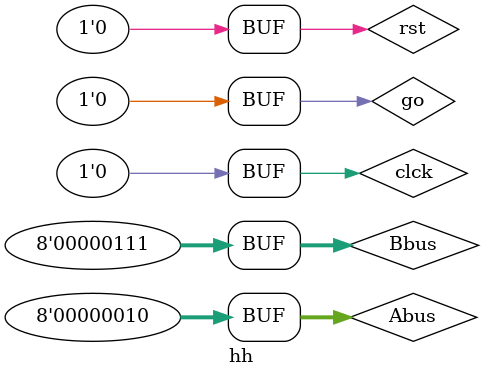
<source format=v>
`timescale 1ns/1ns
module testbench_6();
  reg[7:0] Abus,Bbus;
  reg go,clck,rst;
  wire[15:0] Rbus1,Rbus2;
  wire done1,done2,test;
  description MUT1(Abus,Bbus,go,clck,rst,Rbus1,done1,test);
   mult_dp MUT2(done2,go,clck,rst,Bbus,Abus,Rbus2);
      initial begin

        
        rst=1;
        #10 rst=0;
        #10 go=0;
        #10 go=1;
        //#10 go=0;
        clck=0;
        #40 clck=1;
        #15 go=0;
        #20 clck=0;
        
        Abus=-22;
        Bbus=100;
        repeat(40) #60 clck=~clck;
        rst=1;
        clck=0;
        #10 rst=0;
        Abus=22;
        Bbus=-100;
        repeat(40) #20 clck=~clck;
        rst=1;
        clck=0;
        #10 rst=0;
        Abus=-22;
        Bbus=-100;
        repeat(40) #20 clck=~clck;
        rst=1;
        clck=0;
        #10 rst=0;
        Abus=22;
        Bbus=100;
        repeat(40) #20 clck=~clck;
         
      end
    endmodule
  
  module hh();
    reg [7:0]Abus = 8'b00000010,Bbus = 8'b00000111;
    reg go = 1'b0;
    reg clck=0,rst = 0;
    wire [15:0]Rbus;
    wire done1,test;
    description MUT1(Abus,Bbus,go,clck,rst,Rbus,done1,test);
    initial repeat(40)#50 clck = ~clck;
    initial begin
      #70 go = 1;
      #100 go = 0;
    end
  endmodule
</source>
